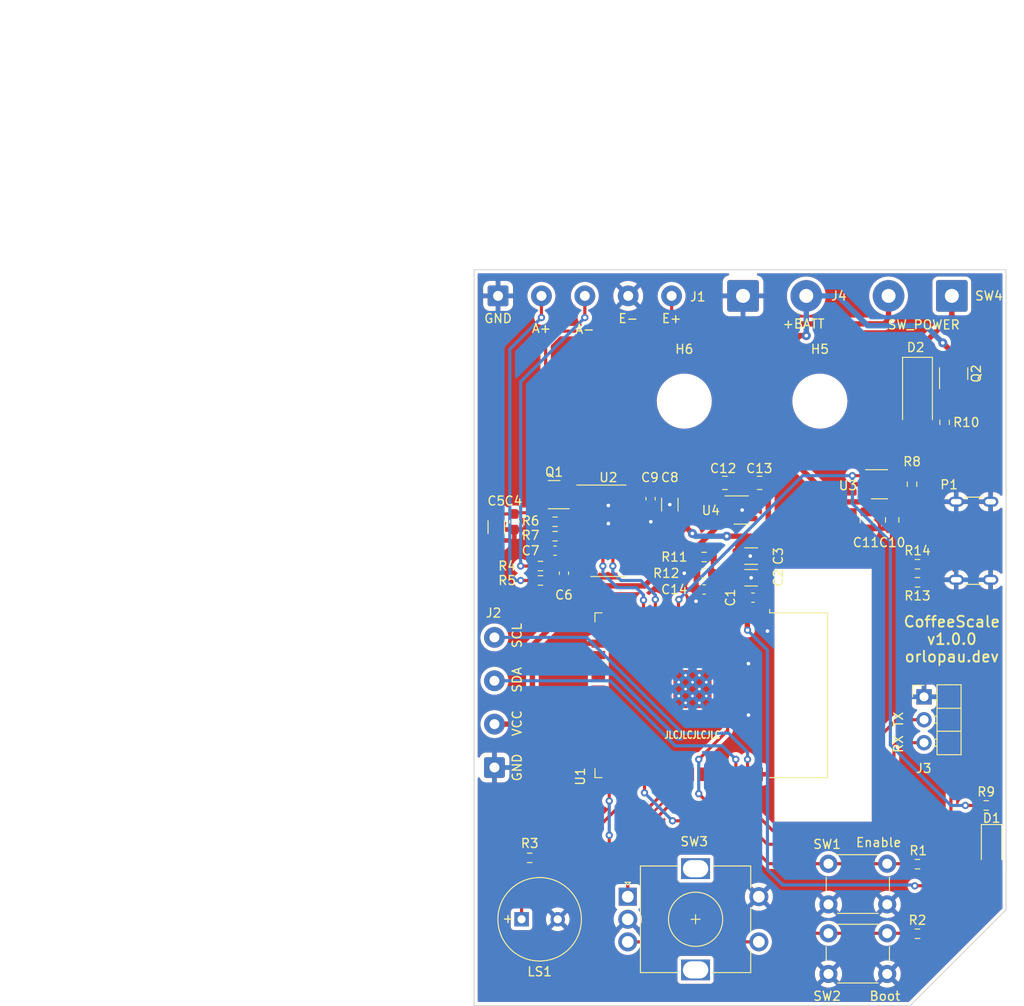
<source format=kicad_pcb>
(kicad_pcb (version 20211014) (generator pcbnew)
  (title_block (comment 4 "AISLER Project ID: AVUJPVVX"))
  (layers (0 "F.Cu" signal) (31 "B.Cu" signal) (34 "B.Paste" user) (35 "F.Paste" user) (36 "B.SilkS" user "B.Silkscreen") (37 "F.SilkS" user "F.Silkscreen") (38 "B.Mask" user) (39 "F.Mask" user) (44 "Edge.Cuts" user))
  (net 0 "")
  (net 1 "+3.3V")
  (net 2 "GND")
  (net 3 "/E+")
  (net 4 "Net-(C7-Pad2)")
  (net 5 "+5V")
  (net 6 "+BATT")
  (net 7 "V_BATT_SENSE")
  (net 8 "Net-(D1-Pad1)")
  (net 9 "/A+")
  (net 10 "/A-")
  (net 11 "SCL")
  (net 12 "SDA")
  (net 13 "RX")
  (net 14 "TX")
  (net 15 "Net-(LS1-Pad1)")
  (net 16 "Net-(P1-PadA5)")
  (net 17 "Net-(P1-PadB5)")
  (net 18 "Net-(Q1-Pad1)")
  (net 19 "Net-(R1-Pad2)")
  (net 20 "Net-(R2-Pad2)")
  (net 21 "Net-(R3-Pad1)")
  (net 22 "Net-(R6-Pad2)")
  (net 23 "Net-(R8-Pad2)")
  (net 24 "Net-(SW3-PadA)")
  (net 25 "Net-(SW3-PadB)")
  (net 26 "Net-(SW3-PadS1)")
  (net 31 "HX_SCK")
  (net 47 "HX_DAT")
  (net 50 "/SW_In")
  (net 51 "/SW_Out")
  (net 52 "/INNA")
  (net 53 "/INPA")
  (net 54 "BAT_CH_STAT")
  (footprint "Capacitor_SMD:C_0603_1608Metric_Pad1.08x0.95mm_HandSolder" (layer "F.Cu") (at 117.6 126.4)
    (fp_text reference "C1")
    (fp_text value "0.1uF")
  )
  (footprint "Capacitor_SMD:C_1206_3216Metric" (layer "F.Cu") (at 108.4 116.1 90)
    (fp_text reference "C8")
    (fp_text value "10uF")
  )
  (footprint "Custom:USB_C_6Pin" (layer "F.Cu") (at 146.488 120.1 90)
    (fp_text reference "P1")
    (fp_text value "USB-C-6Pin")
  )
  (footprint "Resistor_SMD:R_0603_1608Metric_Pad0.98x0.95mm_HandSolder" (layer "F.Cu") (at 135.2 113.85 90)
    (fp_text reference "R8")
    (fp_text value "2k")
  )
  (footprint "LED_SMD:LED_1206_3216Metric" (layer "F.Cu") (at 144 153.8 -90)
    (fp_text reference "D1")
    (fp_text value "LED")
  )
  (footprint "RF_Module:ESP32-WROOM-32" (layer "F.Cu") (at 110 137.2 -90)
    (fp_text reference "U1")
    (fp_text value "ESP32-WROOM-32")
  )
  (footprint "Connector_Wire:SolderWire-0.75sqmm_1x02_P7mm_D1.25mm_OD3.5mm" (layer "F.Cu") (at 116.5 93)
    (fp_text reference "J4")
    (fp_text value "Conn_LiPo")
  )
  (footprint "Capacitor_SMD:C_0603_1608Metric_Pad1.08x0.95mm_HandSolder" (layer "F.Cu") (at 91.2 118 -90)
    (fp_text reference "C4")
    (fp_text value "0.1uF")
  )
  (footprint "Connector_Wire:SolderWire-0.5sqmm_1x04_P4.8mm_D0.9mm_OD2.3mm" (layer "F.Cu") (at 89 145.2 90)
    (fp_text reference "J2")
    (fp_text value "Conn_Display")
  )
  (footprint "Connector_Wire:SolderWire-0.75sqmm_1x02_P7mm_D1.25mm_OD3.5mm" (layer "F.Cu") (at 139.6 93 180)
    (fp_text reference "SW4")
    (fp_text value "SW_Power")
  )
  (footprint "Capacitor_SMD:C_1206_3216Metric" (layer "F.Cu") (at 89.2 118.6 -90)
    (fp_text reference "C5")
    (fp_text value "10uF")
  )
  (footprint "Diode_SMD:D_SMA_Handsoldering" (layer "F.Cu") (at 135.8 104.2 -90)
    (fp_text reference "D2")
    (fp_text value "D_Schottky")
  )
  (footprint "Capacitor_SMD:C_0805_2012Metric" (layer "F.Cu") (at 118.3375 113.7)
    (fp_text reference "C13")
    (fp_text value "1uF")
  )
  (footprint "Resistor_SMD:R_0603_1608Metric_Pad0.98x0.95mm_HandSolder" (layer "F.Cu") (at 112.2 121.9)
    (fp_text reference "R11")
    (fp_text value "47k")
  )
  (footprint "Package_TO_SOT_SMD:SOT-23" (layer "F.Cu") (at 95.6 115 180)
    (fp_text reference "Q1")
    (fp_text value "MMBT4403")
  )
  (footprint "MountingHole:MountingHole_5.3mm_M5_ISO7380" (layer "F.Cu") (at 110 104.65)
    (fp_text reference "H6")
    (fp_text value "MountingHoleLoadcell")
  )
  (footprint "Resistor_SMD:R_0603_1608Metric_Pad0.98x0.95mm_HandSolder" (layer "F.Cu") (at 92.9 155.2 180)
    (fp_text reference "R3")
    (fp_text value "220")
  )
  (footprint "Connector_Wire:SolderWire-0.5sqmm_1x05_P4.8mm_D0.9mm_OD2.3mm" (layer "F.Cu") (at 89.4 93)
    (fp_text reference "J1")
    (fp_text value "Conn_LoadCell")
  )
  (footprint "Capacitor_SMD:C_0805_2012Metric" (layer "F.Cu") (at 130.2 117.85 -90)
    (fp_text reference "C11")
    (fp_text value "4.7uF")
  )
  (footprint "Capacitor_SMD:C_1206_3216Metric" (layer "F.Cu") (at 117.4 124.2)
    (fp_text reference "C2")
    (fp_text value "10uF")
  )
  (footprint "Resistor_SMD:R_0603_1608Metric_Pad0.98x0.95mm_HandSolder" (layer "F.Cu") (at 95.7125 118)
    (fp_text reference "R6")
    (fp_text value "20k")
  )
  (footprint "Resistor_SMD:R_0603_1608Metric_Pad0.98x0.95mm_HandSolder" (layer "F.Cu") (at 135.8 155.9 180)
    (fp_text reference "R1")
    (fp_text value "10k")
  )
  (footprint "Resistor_SMD:R_0603_1608Metric_Pad0.98x0.95mm_HandSolder" (layer "F.Cu") (at 95.7125 119.6 180)
    (fp_text reference "R7")
    (fp_text value "8.2k")
  )
  (footprint "Buzzer_Beeper:MagneticBuzzer_PUI_AT-0927-TT-6-R" (layer "F.Cu") (at 92 162)
    (fp_text reference "LS1")
    (fp_text value "Speaker_Crystal")
  )
  (footprint "Capacitor_SMD:C_0805_2012Metric" (layer "F.Cu") (at 114.5 113.7 180)
    (fp_text reference "C12")
    (fp_text value "1uF")
  )
  (footprint "Button_Switch_THT:SW_PUSH_6mm_H5mm" (layer "F.Cu") (at 125.95 163.55)
    (fp_text reference "SW2")
    (fp_text value "SW_Boot")
  )
  (footprint "Package_SO:SOP-16_3.9x9.9mm_P1.27mm" (layer "F.Cu") (at 101.6 119)
    (fp_text reference "U2")
    (fp_text value "HX711")
  )
  (footprint "Package_TO_SOT_SMD:SOT-23-5_HandSoldering" (layer "F.Cu") (at 131.6 113.85)
    (fp_text reference "U3")
    (fp_text value "MCP73831-2-OT")
  )
  (footprint "Resistor_SMD:R_0603_1608Metric_Pad0.98x0.95mm_HandSolder" (layer "F.Cu") (at 138.8 107 90)
    (fp_text reference "R10")
    (fp_text value "47k")
  )
  (footprint "Resistor_SMD:R_0603_1608Metric_Pad0.98x0.95mm_HandSolder" (layer "F.Cu") (at 143.4 149.4 180)
    (fp_text reference "R9")
    (fp_text value "130")
  )
  (footprint "Capacitor_SMD:C_0603_1608Metric_Pad1.08x0.95mm_HandSolder" (layer "F.Cu") (at 96.6875 123.7 -90)
    (fp_text reference "C6")
    (fp_text value "0.1uF")
  )
  (footprint "Capacitor_SMD:C_0603_1608Metric_Pad1.08x0.95mm_HandSolder" (layer "F.Cu") (at 95.7 121.2)
    (fp_text reference "C7")
    (fp_text value "0.1uF")
  )
  (footprint "Resistor_SMD:R_0603_1608Metric_Pad0.98x0.95mm_HandSolder" (layer "F.Cu") (at 94.0875 122.9)
    (fp_text reference "R4")
    (fp_text value "100")
  )
  (footprint "MountingHole:MountingHole_5.3mm_M5_ISO7380" (layer "F.Cu") (at 125 104.65)
    (fp_text reference "H5")
    (fp_text value "MountingHoleLoadcell")
  )
  (footprint "Capacitor_SMD:C_0603_1608Metric_Pad1.08x0.95mm_HandSolder" (layer "F.Cu") (at 112.2 125.5 180)
    (fp_text reference "C14")
    (fp_text value "0.1uF")
  )
  (footprint "Resistor_SMD:R_0603_1608Metric_Pad0.98x0.95mm_HandSolder" (layer "F.Cu") (at 135.8 163.6 180)
    (fp_text reference "R2")
    (fp_text value "10k")
  )
  (footprint "Custom:RotaryEncoder_Aliexpress_Alps_EC11E-Switch_Vertical_H20mm" (layer "F.Cu") (at 103.75 159.5)
    (fp_text reference "SW3")
    (fp_text value "RotaryEncoder_Switch")
  )
  (footprint "Resistor_SMD:R_0603_1608Metric_Pad0.98x0.95mm_HandSolder" (layer "F.Cu") (at 135.8 122.7)
    (fp_text reference "R14")
    (fp_text value "5.1k")
  )
  (footprint "Package_TO_SOT_SMD:SOT-23-5" (layer "F.Cu") (at 116.3 116.7)
    (fp_text reference "U4")
    (fp_text value "AP2112K-3.3")
  )
  (footprint "Package_TO_SOT_SMD:SOT-23" (layer "F.Cu") (at 139.8 101.6 90)
    (fp_text reference "Q2")
    (fp_text value "IRLML6402")
  )
  (footprint "Capacitor_SMD:C_0603_1608Metric_Pad1.08x0.95mm_HandSolder" (layer "F.Cu") (at 106.269125 115.44678 90)
    (fp_text reference "C9")
    (fp_text value "0.1uF")
  )
  (footprint "Connector_PinHeader_2.54mm:PinHeader_1x03_P2.54mm_Horizontal" (layer "F.Cu") (at 136.525 137.375)
    (fp_text reference "J3")
    (fp_text value "Conn_UART")
  )
  (footprint "Capacitor_SMD:C_1206_3216Metric" (layer "F.Cu") (at 117.4 121.8)
    (fp_text reference "C3")
    (fp_text value "10uF")
  )
  (footprint "Resistor_SMD:R_0603_1608Metric_Pad0.98x0.95mm_HandSolder" (layer "F.Cu") (at 112.2 123.7 180)
    (fp_text reference "R12")
    (fp_text value "47k")
  )
  (footprint "Resistor_SMD:R_0603_1608Metric_Pad0.98x0.95mm_HandSolder" (layer "F.Cu") (at 94.0875 124.5)
    (fp_text reference "R5")
    (fp_text value "100")
  )
  (footprint "Capacitor_SMD:C_0805_2012Metric" (layer "F.Cu") (at 133 117.8 -90)
    (fp_text reference "C10")
    (fp_text value "4.7uF")
  )
  (footprint "Button_Switch_THT:SW_PUSH_6mm_H5mm" (layer "F.Cu") (at 132.45 160.35 180)
    (fp_text reference "SW1")
    (fp_text value "SW_EN")
  )
  (footprint "Resistor_SMD:R_0603_1608Metric_Pad0.98x0.95mm_HandSolder" (layer "F.Cu") (at 135.8 124.7)
    (fp_text reference "R13")
    (fp_text value "5.1k")
  )
  (gr_line (start 145.6 90.1) (end 145.6 160.95) (layer "Edge.Cuts") (width 0.1))
  (gr_line (start 86.75 90.1) (end 86.75 171.55) (layer "Edge.Cuts") (width 0.1))
  (gr_line (start 86.75 171.55) (end 135 171.55) (layer "Edge.Cuts") (width 0.1))
  (gr_line (start 135 171.55) (end 145.6 160.95) (layer "Edge.Cuts") (width 0.1))
  (gr_line (start 145.6 90.1) (end 86.75 90.1) (layer "Edge.Cuts") (width 0.1))
  (gr_text "A+" (at 94.2 96.6) (layer "F.SilkS") (effects (font (size 1 1))))
  (gr_text "VCC" (at 91.5 140.3 90) (layer "F.SilkS") (effects (font (size 1 1))))
  (gr_text "Boot" (at 132.2 170.5) (layer "F.SilkS") (effects (font (size 1 1))))
  (gr_text "RX" (at 133.7 142.6 90) (layer "F.SilkS") (effects (font (size 1 1))))
  (gr_text "GND" (at 91.5 145.2 90) (layer "F.SilkS") (effects (font (size 1 1))))
  (gr_text "JLCJLCJLCJLC" (at 110.9 141.6) (layer "F.SilkS") (effects (font (size 0.8 0.6))))
  (gr_text "SCL" (at 91.5 130.6 90) (layer "F.SilkS") (effects (font (size 1 1))))
  (gr_text "GND" (at 89.4 95.5) (layer "F.SilkS") (effects (font (size 1 1))))
  (gr_text "SDA" (at 91.5 135.5 90) (layer "F.SilkS") (effects (font (size 1 1))))
  (gr_text "CoffeeScale\nv1.0.0\norlopau.dev" (at 139.6 131) (layer "F.SilkS") (effects (font (size 1.2 1.2) (thickness 0.2))))
  (gr_text "Enable" (at 131.5 153.5) (layer "F.SilkS") (effects (font (size 1 1))))
  (gr_text "A-" (at 99 96.7) (layer "F.SilkS") (effects (font (size 1 1))))
  (gr_text "E-" (at 103.8 95.5) (layer "F.SilkS") (effects (font (size 1 1))))
  (gr_text "+BATT" (at 123.2 96.1) (layer "F.SilkS") (effects (font (size 1 1))))
  (gr_text "E+" (at 108.6 95.5) (layer "F.SilkS") (effects (font (size 1 1))))
  (gr_text "TX" (at 133.7 139.9 90) (layer "F.SilkS") (effects (font (size 1 1))))
  (gr_text "SW_POWER" (at 136.5 96.2) (layer "F.SilkS") (effects (font (size 1 1))))
  (segment (start 93.2 131.7) (end 99.8 125.1) (width 0.6) (layer "F.Cu") (net 1))
  (segment (start 108.4 114.625) (end 106.309845 114.625) (width 0.6) (layer "F.Cu") (net 1))
  (segment (start 106.309845 114.625) (end 106.269125 114.58428) (width 0.6) (layer "F.Cu") (net 1))
  (segment (start 119.2875 113.7) (end 119.2875 115.3125) (width 0.6) (layer "F.Cu") (net 1))
  (segment (start 115.925 120.675) (end 115.925 121.8) (width 0.6) (layer "F.Cu") (net 1))
  (segment (start 116.7375 126.4) (end 116.7375 126.1375) (width 0.6) (layer "F.Cu") (net 1))
  (segment (start 118.8 119.6) (end 117 119.6) (width 0.6) (layer "F.Cu") (net 1))
  (segment (start 136.7125 163.6) (end 136.7125 158.2875) (width 0.35) (layer "F.Cu") (net 1))
  (segment (start 116.98 128.45) (end 116.98 129.98) (width 0.6) (layer "F.Cu") (net 1))
  (segment (start 115.925 125.325) (end 115.925 124.2) (width 0.6) (layer "F.Cu") (net 1))
  (segment (start 119.2875 115.3125) (end 119.2875 119.1125) (width 0.6) (layer "F.Cu") (net 1))
  (segment (start 105.6 125.1) (end 106.6 124.1) (width 0.6) (layer "F.Cu") (net 1))
  (segment (start 110.3 118.7) (end 110.3 118.5) (width 0.6) (layer "F.Cu") (net 1))
  (segment (start 117 119.6) (end 115.925 120.675) (width 0.6) (layer "F.Cu") (net 1))
  (segment (start 117 119.6) (end 114.7 119.6) (width 0.6) (layer "F.Cu") (net 1))
  (segment (start 106.269125 114.58428) (end 104.12928 114.58428) (width 0.6) (layer "F.Cu") (net 1))
  (segment (start 116.98 129.98) (end 117 130) (width 0.6) (layer "F.Cu") (net 1))
  (segment (start 108.425 114.6) (end 108.4 114.625) (width 0.6) (layer "F.Cu") (net 1))
  (segment (start 115.925 124.2) (end 115.925 121.8) (width 0.6) (layer "F.Cu") (net 1))
  (segment (start 97.755 114.555) (end 99.1 114.555) (width 0.6) (layer "F.Cu") (net 1))
  (segment (start 93.2 138.5) (end 93.2 131.7) (width 0.6) (layer "F.Cu") (net 1))
  (segment (start 91.3 140.4) (end 93.2 138.5) (width 0.6) (layer "F.Cu") (net 1))
  (segment (start 116.98 128.45) (end 116.98 127.38) (width 0.6) (layer "F.Cu") (net 1))
  (segment (start 116.98 127.38) (end 116.7375 127.1375) (width 0.6) (layer "F.Cu") (net 1))
  (segment (start 118.85 115.75) (end 117.4375 115.75) (width 0.6) (layer "F.Cu") (net 1))
  (segment (start 116.7375 126.1375) (end 115.925 125.325) (width 0.6) (layer "F.Cu") (net 1))
  (segment (start 110.3 115.3) (end 109.6 114.6) (width 0.6) (layer "F.Cu") (net 1))
  (segment (start 119.2875 115.3125) (end 118.85 115.75) (width 0.6) (layer "F.Cu") (net 1))
  (segment (start 110.3 118.5) (end 110.3 115.3) (width 0.6) (layer "F.Cu") (net 1))
  (segment (start 135.5125 158.2875) (end 136.7125 158.2875) (width 0.35) (layer "F.Cu") (net 1))
  (segment (start 136.7125 158.2875) (end 136.7125 155.9) (width 0.35) (layer "F.Cu") (net 1))
  (segment (start 109.6 114.6) (end 108.425 114.6) (width 0.6) (layer "F.Cu") (net 1))
  (segment (start 106.6 122.2) (end 110.3 118.5) (width 0.6) (layer "F.Cu") (net 1))
  (segment (start 119.2875 119.1125) (end 118.8 119.6) (width 0.6) (layer "F.Cu") (net 1))
  (segment (start 104.12928 114.58428) (end 104.1 114.555) (width 0.6) (layer "F.Cu") (net 1))
  (segment (start 89 140.4) (end 91.3 140.4) (width 0.6) (layer "F.Cu") (net 1))
  (segment (start 110.9 119.3) (end 110.3 118.7) (width 0.6) (layer "F.Cu") (net 1))
  (segment (start 99.8 125.1) (end 105.6 125.1) (width 0.6) (layer "F.Cu") (net 1))
  (segment (start 96.5375 114.05) (end 97.25 114.05) (width 0.6) (layer "F.Cu") (net 1))
  (segment (start 116.7375 127.1375) (end 116.7375 126.4) (width 0.6) (layer "F.Cu") (net 1))
  (segment (start 106.6 124.1) (end 106.6 122.2) (width 0.6) (layer "F.Cu") (net 1))
  (segment (start 99.1 114.555) (end 104.1 114.555) (width 0.6) (layer "F.Cu") (net 1))
  (segment (start 97.25 114.05) (end 97.755 114.555) (width 0.6) (layer "F.Cu") (net 1))
  (via (at 135.5 158.3) (size 0.8) (drill 0.4) (layers "F.Cu" "B.Cu") (net 1))
  (via (at 114.7 119.6) (size 1) (drill 0.4) (layers "F.Cu" "B.Cu") (net 1))
  (via (at 110.9 119.3) (size 1) (drill 0.4) (layers "F.Cu" "B.Cu") (net 1))
  (via (at 117 130) (size 0.8) (drill 0.4) (layers "F.Cu" "B.Cu") (net 1))
  (segment (start 114.7 119.6) (end 111.2 119.6) (width 0.6) (layer "B.Cu") (net 1))
  (segment (start 117 130) (end 119.2 132.2) (width 0.35) (layer "B.Cu") (net 1))
  (segment (start 135.4 158.2) (end 135.5 158.3) (width 0.35) (layer "B.Cu") (net 1))
  (segment (start 119.2 132.2) (end 119.2 156.5) (width 0.35) (layer "B.Cu") (net 1))
  (segment (start 119.2 156.5) (end 120.9 158.2) (width 0.35) (layer "B.Cu") (net 1))
  (segment (start 120.9 158.2) (end 135.4 158.2) (width 0.35) (layer "B.Cu") (net 1))
  (segment (start 111.2 119.6) (end 110.9 119.3) (width 0.6) (layer "B.Cu") (net 1))
  (segment (start 139.738 122.85) (end 139.738 123.238) (width 0.35) (layer "F.Cu") (net 2))
  (segment (start 139.738 123.238) (end 140.1 123.6) (width 0.35) (layer "F.Cu") (net 2))
  (segment (start 140.1 123.6) (end 140.1 124.408) (width 0.35) (layer "F.Cu") (net 2))
  (segment (start 118.875 124.2) (end 117.4 124.2) (width 0.35) (layer "F.Cu") (net 2))
  (segment (start 115.1625 116.7) (end 116.4 116.7) (width 0.35) (layer "F.Cu") (net 2))
  (segment (start 118.875 124.2) (end 118.875 121.8) (width 0.35) (layer "F.Cu") (net 2))
  (segment (start 140.1 124.408) (end 140.088 124.42) (width 0.35) (layer "F.Cu") (net 2))
  (segment (start 118.875 121.8) (end 117.3 121.8) (width 0.35) (layer "F.Cu") (net 2))
  (via (at 108.4 116.1) (size 0.8) (drill 0.4) (layers "F.Cu" "B.Cu") (net 2))
  (via (at 110 123.7) (size 0.8) (drill 0.4) (layers "F.Cu" "B.Cu") (net 2))
  (via (at 117.1 139.4) (size 0.8) (drill 0.4) (layers "F.Cu" "B.Cu") (net 2))
  (via (at 117.3 121.8) (size 0.8) (drill 0.4) (layers "F.Cu" "B.Cu") (net 2))
  (via (at 119.2 130.1) (size 0.8) (drill 0.4) (layers "F.Cu" "B.Cu") (net 2))
  (via (at 111.3 126.8) (size 0.8) (drill 0.4) (layers "F.Cu" "B.Cu") (net 2))
  (via (at 117.4 124.2) (size 0.8) (drill 0.4) (layers "F.Cu" "B.Cu") (net 2))
  (via (at 117.1 133.7) (size 0.8) (drill 0.4) (layers "F.Cu" "B.Cu") (net 2))
  (via (at 101.6 116.2) (size 0.8) (drill 0.4) (layers "F.Cu" "B.Cu") (net 2))
  (via (at 106.3 118) (size 0.8) (drill 0.4) (layers "F.Cu" "B.Cu") (net 2))
  (via (at 101.6 118.2) (size 0.8) (drill 0.4) (layers "F.Cu" "B.Cu") (net 2))
  (via (at 116.4 116.7) (size 0.8) (drill 0.4) (layers "F.Cu" "B.Cu") (net 2))
  (segment (start 97.695 117.095) (end 97.6 117) (width 0.35) (layer "F.Cu") (net 3))
  (segment (start 91.3375 117) (end 91.2 117.1375) (width 0.35) (layer "F.Cu") (net 3))
  (segment (start 94.6625 98.2375) (end 94.6625 115) (width 0.35) (layer "F.Cu") (net 3))
  (segment (start 99.1 117.095) (end 97.695 117.095) (width 0.35) (layer "F.Cu") (net 3))
  (segment (start 89.2125 117.1375) (end 89.2 117.125) (width 0.35) (layer "F.Cu") (net 3))
  (segment (start 97.6 117) (end 95 117) (width 0.35) (layer "F.Cu") (net 3))
  (segment (start 91.2 117.1375) (end 89.2125 117.1375) (width 0.35) (layer "F.Cu") (net 3))
  (segment (start 94.6625 116.6625) (end 95 117) (width 0.35) (layer "F.Cu") (net 3))
  (segment (start 94.8 117.2) (end 94.8 118) (width 0.35) (layer "F.Cu") (net 3))
  (segment (start 107.1 96.9) (end 96 96.9) (width 0.35) (layer "F.Cu") (net 3))
  (segment (start 94.6625 115) (end 94.6625 116.6625) (width 0.35) (layer "F.Cu") (net 3))
  (segment (start 108.6 95.4) (end 107.1 96.9) (width 0.35) (layer "F.Cu") (net 3))
  (segment (start 96 96.9) (end 94.6625 98.2375) (width 0.35) (layer "F.Cu") (net 3))
  (segment (start 108.6 93) (end 108.6 95.4) (width 0.35) (layer "F.Cu") (net 3))
  (segment (start 95 117) (end 91.3375 117) (width 0.35) (layer "F.Cu") (net 3))
  (segment (start 95 117) (end 94.8 117.2) (width 0.35) (layer "F.Cu") (net 3))
  (segment (start 97.695 120.905) (end 99.1 120.905) (width 0.35) (layer "F.Cu") (net 4))
  (segment (start 96.5625 121.2) (end 97.4 121.2) (width 0.35) (layer "F.Cu") (net 4))
  (segment (start 97.4 121.2) (end 97.695 120.905) (width 0.35) (layer "F.Cu") (net 4))
  (segment (start 137.2 110.6) (end 137.2 116.4) (width 0.6) (layer "F.Cu") (net 5))
  (segment (start 142.4 155.2) (end 139.5 152.3) (width 0.35) (layer "F.Cu") (net 5))
  (segment (start 141.5 121.188) (end 141.068 121.62) (width 0.6) (layer "F.Cu") (net 5))
  (segment (start 135.8 106.7) (end 135.8 109.2) (width 0.6) (layer "F.Cu") (net 5))
  (segment (start 142.1 122.4) (end 141.32 121.62) (width 0.35) (layer "F.Cu") (net 5))
  (segment (start 138.8 106.0875) (end 136.4125 106.0875) (width 0.6) (layer "F.Cu") (net 5))
  (segment (start 141.068 118.58) (end 141.5 119.012) (width 0.6) (layer "F.Cu") (net 5))
  (segment (start 135.8 109.2) (end 137.2 110.6) (width 0.6) (layer "F.Cu") (net 5))
  (segment (start 138.85 106.0375) (end 138.8 106.0875) (width 0.6) (layer "F.Cu") (net 5))
  (segment (start 139.5 152.3) (end 139.5 147.1) (width 0.35) (layer "F.Cu") (net 5))
  (segment (start 139.738 118.58) (end 138.48 118.58) (width 0.6) (layer "F.Cu") (net 5))
  (segment (start 139.738 118.58) (end 141.068 118.58) (width 0.6) (layer "F.Cu") (net 5))
  (segment (start 136.4125 106.0875) (end 135.8 106.7) (width 0.6) (layer "F.Cu") (net 5))
  (segment (start 141.3 145.3) (end 141.3 127.2) (width 0.35) (layer "F.Cu") (net 5))
  (segment (start 138.48 118.58) (end 136.75 116.85) (width 0.6) (layer "F.Cu") (net 5))
  (segment (start 142.1 126.4) (end 142.1 122.4) (width 0.35) (layer "F.Cu") (net 5))
  (segment (start 133 116.85) (end 136.75 116.85) (width 0.6) (layer "F.Cu") (net 5))
  (segment (start 141.068 121.62) (end 139.738 121.62) (width 0.6) (layer "F.Cu") (net 5))
  (segment (start 137.2 116.4) (end 136.75 116.85) (width 0.6) (layer "F.Cu") (net 5))
  (segment (start 133 116.85) (end 133 114.85) (width 0.6) (layer "F.Cu") (net 5))
  (segment (start 138.85 102.5375) (end 138.85 106.0375) (width 0.6) (layer "F.Cu") (net 5))
  (segment (start 141.3 127.2) (end 142.1 126.4) (width 0.35) (layer "F.Cu") (net 5))
  (segment (start 141.32 121.62) (end 141.068 121.62) (width 0.35) (layer "F.Cu") (net 5))
  (segment (start 144 155.2) (end 142.4 155.2) (width 0.35) (layer "F.Cu") (net 5))
  (segment (start 133 114.85) (end 132.95 114.8) (width 0.6) (layer "F.Cu") (net 5))
  (segment (start 141.5 119.012) (end 141.5 121.188) (width 0.6) (layer "F.Cu") (net 5))
  (segment (start 139.5 147.1) (end 141.3 145.3) (width 0.35) (layer "F.Cu") (net 5))
  (segment (start 130.2 115.8) (end 130.2 114.85) (width 0.6) (layer "F.Cu") (net 6))
  (segment (start 130.225 114.825) (end 130.25 114.825) (width 0.6) (layer "F.Cu") (net 6))
  (segment (start 122.8 97.4) (end 118.4 101.8) (width 0.6) (layer "F.Cu") (net 6))
  (segment (start 139.8 100.6625) (end 139.8 99.4) (width 0.6) (layer "F.Cu") (net 6))
  (segment (start 123.5 97.4) (end 122.8 97.4) (width 0.6) (layer "F.Cu") (net 6))
  (segment (start 130.2 114.85) (end 130.225 114.825) (width 0.6) (layer "F.Cu") (net 6))
  (segment (start 139.8 99.4) (end 138.6 98.2) (width 0.6) (layer "F.Cu") (net 6))
  (segment (start 118.4 107.6) (end 126.6 115.8) (width 0.6) (layer "F.Cu") (net 6))
  (segment (start 118.4 101.8) (end 118.4 107.6) (width 0.6) (layer "F.Cu") (net 6))
  (segment (start 126.6 115.8) (end 130.2 115.8) (width 0.6) (layer "F.Cu") (net 6))
  (segment (start 130.2 116.9) (end 130.2 115.8) (width 0.6) (layer "F.Cu") (net 6))
  (via (at 123.5 97.4) (size 1) (drill 0.4) (layers "F.Cu" "B.Cu") (net 6))
  (via (at 138.6 98.2) (size 1) (drill 0.4) (layers "F.Cu" "B.Cu") (net 6))
  (segment (start 136.7 96.3) (end 138.6 98.2) (width 0.6) (layer "B.Cu") (net 6))
  (segment (start 130.3 96.3) (end 136.7 96.3) (width 0.6) (layer "B.Cu") (net 6))
  (segment (start 123.5 97.4) (end 123.5 93) (width 0.6) (layer "B.Cu") (net 6))
  (segment (start 127 93) (end 130.3 96.3) (width 0.6) (layer "B.Cu") (net 6))
  (segment (start 127 93) (end 123.5 93) (width 0.6) (layer "B.Cu") (net 6))
  (segment (start 114.44 127.54) (end 114.44 128.45) (width 0.35) (layer "F.Cu") (net 7))
  (segment (start 113.1125 123.7) (end 113.1125 125.45) (width 0.35) (layer "F.Cu") (net 7))
  (segment (start 113.0625 125.5) (end 113.0625 126.1625) (width 0.35) (layer "F.Cu") (net 7))
  (segment (start 113.0625 126.1625) (end 114.44 127.54) (width 0.35) (layer "F.Cu") (net 7))
  (segment (start 113.1125 121.9) (end 113.1125 123.7) (width 0.35) (layer "F.Cu") (net 7))
  (segment (start 144 150.7) (end 144.3125 150.3875) (width 0.35) (layer "F.Cu") (net 8))
  (segment (start 144 152.4) (end 144 150.7) (width 0.35) (layer "F.Cu") (net 8))
  (segment (start 144.3125 150.3875) (end 144.3125 149.4) (width 0.35) (layer "F.Cu") (net 8))
  (segment (start 93.175 124.5) (end 91.9 124.5) (width 0.35) (layer "F.Cu") (net 9))
  (segment (start 94.2 95.4) (end 94.2 93) (width 0.35) (layer "F.Cu") (net 9))
  (via (at 91.9 124.5) (size 0.8) (drill 0.4) (layers "F.Cu" "B.Cu") (net 9))
  (via (at 94.2 95.4) (size 0.8) (drill 0.4) (layers "F.Cu" "B.Cu") (net 9))
  (segment (start 90.7 98.9) (end 94.2 95.4) (width 0.35) (layer "B.Cu") (net 9))
  (segment (start 90.7 102) (end 90.7 98.9) (width 0.35) (layer "B.Cu") (net 9))
  (segment (start 90.7 123.8) (end 90.7 110.4) (width 0.35) (layer "B.Cu") (net 9))
  (segment (start 91.4 124.5) (end 90.7 123.8) (width 0.35) (layer "B.Cu") (net 9))
  (segment (start 90.7 110.4) (end 90.7 102) (width 0.35) (layer "B.Cu") (net 9))
  (segment (start 91.9 124.5) (end 91.4 124.5) (width 0.35) (layer "B.Cu") (net 9))
  (segment (start 93.175 122.9) (end 91.9 122.9) (width 0.35) (layer "F.Cu") (net 10))
  (segment (start 99 95.4) (end 99 93) (width 0.35) (layer "F.Cu") (net 10))
  (via (at 99 95.4) (size 0.8) (drill 0.4) (layers "F.Cu" "B.Cu") (net 10))
  (via (at 91.9 122.9) (size 0.8) (drill 0.4) (layers "F.Cu" "B.Cu") (net 10))
  (segment (start 91.9 122.9) (end 91.9 102.5) (width 0.35) (layer "B.Cu") (net 10))
  (segment (start 91.9 102.5) (end 99 95.4) (width 0.35) (layer "B.Cu") (net 10))
  (segment (start 117 145.93) (end 116.98 145.95) (width 0.35) (layer "F.Cu") (net 11))
  (segment (start 117 144.3) (end 117 145.93) (width 0.35) (layer "F.Cu") (net 11))
  (via (at 117 144.3) (size 0.8) (drill 0.4) (layers "F.Cu" "B.Cu") (net 11))
  (segment (start 89 130.8) (end 99.2 130.8) (width 0.35) (layer "B.Cu") (net 11))
  (segment (start 117 143.5) (end 117 144.3) (width 0.35) (layer "B.Cu") (net 11))
  (segment (start 109.8 141.4) (end 114.9 141.4) (width 0.35) (layer "B.Cu") (net 11))
  (segment (start 99.2 130.8) (end 109.8 141.4) (width 0.35) (layer "B.Cu") (net 11))
  (segment (start 114.9 141.4) (end 117 143.5) (width 0.35) (layer "B.Cu") (net 11))
  (segment (start 115.71 145.95) (end 115.71 144.31) (width 0.35) (layer "F.Cu") (net 12))
  (segment (start 115.71 144.31) (end 115.7 144.3) (width 0.35) (layer "F.Cu") (net 12))
  (via (at 115.7 144.3) (size 0.8) (drill 0.4) (layers "F.Cu" "B.Cu") (net 12))
  (segment (start 101.8 135.6) (end 109 142.8) (width 0.35) (layer "B.Cu") (net 12))
  (segment (start 109 142.8) (end 114.2 142.8) (width 0.35) (layer "B.Cu") (net 12))
  (segment (start 89 135.6) (end 101.8 135.6) (width 0.35) (layer "B.Cu") (net 12))
  (segment (start 114.2 142.8) (end 115.7 144.3) (width 0.35) (layer "B.Cu") (net 12))
  (segment (start 131.7 153.7) (end 119.2 153.7) (width 0.35) (layer "F.Cu") (net 13))
  (segment (start 133.545 142.455) (end 133.2 142.8) (width 0.35) (layer "F.Cu") (net 13))
  (segment (start 113.17 147.67) (end 113.17 145.95) (width 0.35) (layer "F.Cu") (net 13))
  (segment (start 133.2 142.8) (end 133.2 152.2) (width 0.35) (layer "F.Cu") (net 13))
  (segment (start 133.2 152.2) (end 131.7 153.7) (width 0.35) (layer "F.Cu") (net 13))
  (segment (start 119.2 153.7) (end 113.17 147.67) (width 0.35) (layer "F.Cu") (net 13))
  (segment (start 136.525 142.455) (end 133.545 142.455) (width 0.35) (layer "F.Cu") (net 13))
  (segment (start 131.6 151.4) (end 130.8 152.2) (width 0.35) (layer "F.Cu") (net 14))
  (segment (start 131.6 141.8) (end 131.6 151.4) (width 0.35) (layer "F.Cu") (net 14))
  (segment (start 130.8 152.2) (end 119.8 152.2) (width 0.35) (layer "F.Cu") (net 14))
  (segment (start 133.515 139.915) (end 133.5 139.9) (width 0.35) (layer "F.Cu") (net 14))
  (segment (start 114.44 146.84) (end 114.44 145.95) (width 0.35) (layer "F.Cu") (net 14))
  (segment (start 119.8 152.2) (end 114.44 146.84) (width 0.35) (layer "F.Cu") (net 14))
  (segment (start 136.525 139.915) (end 133.515 139.915) (width 0.35) (layer "F.Cu") (net 14))
  (segment (start 133.5 139.9) (end 131.6 141.8) (width 0.35) (layer "F.Cu") (net 14))
  (segment (start 91.9875 155.2) (end 92 155.2125) (width 0.35) (layer "F.Cu") (net 15))
  (segment (start 92 155.2125) (end 92 162) (width 0.35) (layer "F.Cu") (net 15))
  (segment (start 139.738 120.6) (end 138.588 120.6) (width 0.35) (layer "F.Cu") (net 16))
  (segment (start 137.2 124.7) (end 136.7125 124.7) (width 0.35) (layer "F.Cu") (net 16))
  (segment (start 137.9 124) (end 137.2 124.7) (width 0.35) (layer "F.Cu") (net 16))
  (segment (start 138.588 120.6) (end 137.9 121.288) (width 0.35) (layer "F.Cu") (net 16))
  (segment (start 137.9 121.288) (end 137.9 124) (width 0.35) (layer "F.Cu") (net 16))
  (segment (start 136.7125 121.4755) (end 136.7125 122.7) (width 0.35) (layer "F.Cu") (net 17))
  (segment (start 139.738 119.6) (end 138.588 119.6) (width 0.35) (layer "F.Cu") (net 17))
  (segment (start 138.588 119.6) (end 136.7125 121.4755) (width 0.35) (layer "F.Cu") (net 17))
  (segment (start 99.1 115.825) (end 97.775 115.825) (width 0.35) (layer "F.Cu") (net 18))
  (segment (start 96.5875 116) (end 96.5375 115.95) (width 0.35) (layer "F.Cu") (net 18))
  (segment (start 97.6 116) (end 96.5875 116) (width 0.35) (layer "F.Cu") (net 18))
  (segment (start 97.775 115.825) (end 97.6 116) (width 0.35) (layer "F.Cu") (net 18))
  (segment (start 119.35 155.85) (end 111.6 148.1) (width 0.35) (layer "F.Cu") (net 19))
  (segment (start 125.95 155.85) (end 132.45 155.85) (width 0.35) (layer "F.Cu") (net 19))
  (segment (start 115.71 129.79) (end 115.71 128.45) (width 0.35) (layer "F.Cu") (net 19))
  (segment (start 114.8 130.7) (end 115.71 129.79) (width 0.35) (layer "F.Cu") (net 19))
  (segment (start 114.8 141.1) (end 114.8 130.7) (width 0.35) (layer "F.Cu") (net 19))
  (segment (start 132.45 155.85) (end 134.8375 155.85) (width 0.35) (layer "F.Cu") (net 19))
  (segment (start 111.6 144.3) (end 114.8 141.1) (width 0.35) (layer "F.Cu") (net 19))
  (segment (start 134.8375 155.85) (end 134.8875 155.9) (width 0.35) (layer "F.Cu") (net 19))
  (segment (start 125.95 155.85) (end 119.35 155.85) (width 0.35) (layer "F.Cu") (net 19))
  (via (at 111.6 148.1) (size 0.8) (drill 0.4) (layers "F.Cu" "B.Cu") (net 19))
  (via (at 111.6 144.3) (size 0.8) (drill 0.4) (layers "F.Cu" "B.Cu") (net 19))
  (segment (start 111.6 148.1) (end 111.6 144.3) (width 0.35) (layer "B.Cu") (net 19))
  (segment (start 101.7 148.9) (end 101.7 145.99) (width 0.35) (layer "F.Cu") (net 20))
  (segment (start 123.75 163.55) (end 125.95 163.55) (width 0.35) (layer "F.Cu") (net 20))
  (segment (start 125.95 163.55) (end 132.45 163.55) (width 0.35) (layer "F.Cu") (net 20))
  (segment (start 132.45 163.55) (end 134.8375 163.55) (width 0.35) (layer "F.Cu") (net 20))
  (segment (start 101.7 145.99) (end 101.74 145.95) (width 0.35) (layer "F.Cu") (net 20))
  (segment (start 104.6 170.3) (end 117 170.3) (width 0.35) (layer "F.Cu") (net 20))
  (segment (start 101.7 167.4) (end 104.6 170.3) (width 0.35) (layer "F.Cu") (net 20))
  (segment (start 101.7 152.7) (end 101.7 167.4) (width 0.35) (layer "F.Cu") (net 20))
  (segment (start 117 170.3) (end 123.75 163.55) (width 0.35) (layer "F.Cu") (net 20))
  (segment (start 134.8375 163.55) (end 134.8875 163.6) (width 0.35) (layer "F.Cu") (net 20))
  (via (at 101.7 152.7) (size 0.8) (drill 0.4) (layers "F.Cu" "B.Cu") (net 20))
  (via (at 101.7 148.9) (size 0.8) (drill 0.4) (layers "F.Cu" "B.Cu") (net 20))
  (segment (start 101.7 152.7) (end 101.7 148.9) (width 0.35) (layer "B.Cu") (net 20))
  (segment (start 93.8125 155.2) (end 97.1 155.2) (width 0.35) (layer "F.Cu") (net 21))
  (segment (start 97.1 155.2) (end 104.3 148) (width 0.35) (layer "F.Cu") (net 21))
  (segment (start 104.28 147.98) (end 104.28 145.95) (width 0.35) (layer "F.Cu") (net 21))
  (segment (start 104.3 148) (end 104.28 147.98) (width 0.35) (layer "F.Cu") (net 21))
  (segment (start 96.625 118) (end 97.4 118) (width 0.35) (layer "F.Cu") (net 22))
  (segment (start 96.625 118) (end 96.625 119.6) (width 0.35) (layer "F.Cu") (net 22))
  (segment (start 97.765 118.365) (end 99.1 118.365) (width 0.35) (layer "F.Cu") (net 22))
  (segment (start 97.4 118) (end 97.765 118.365) (width 0.35) (layer "F.Cu") (net 22))
  (segment (start 132.95 112.9) (end 135.1625 112.9) (width 0.35) (layer "F.Cu") (net 23))
  (segment (start 135.1625 112.9) (end 135.2 112.9375) (width 0.35) (layer "F.Cu") (net 23))
  (segment (start 103.75 159.5) (end 103.75 151.95) (width 0.35) (layer "F.Cu") (net 24))
  (segment (start 108.09 147.61) (end 108.09 145.95) (width 0.35) (layer "F.Cu") (net 24))
  (segment (start 103.75 151.95) (end 108.09 147.61) (width 0.35) (layer "F.Cu") (net 24))
  (segment (start 109.36 145.95) (end 109.36 148.36) (width 0.35) (layer "F.Cu") (net 25))
  (segment (start 106.6 151.12) (end 106.6 163.5) (width 0.35) (layer "F.Cu") (net 25))
  (segment (start 109.36 148.36) (end 106.6 151.12) (width 0.35) (layer "F.Cu") (net 25))
  (segment (start 105.6 164.5) (end 103.75 164.5) (width 0.35) (layer "F.Cu") (net 25))
  (segment (start 106.6 163.5) (end 105.6 164.5) (width 0.35) (layer "F.Cu") (net 25))
  (segment (start 112.8 151.1) (end 114.9 153.2) (width 0.35) (layer "F.Cu") (net 26))
  (segment (start 105.6 146) (end 105.55 145.95) (width 0.35) (layer "F.Cu") (net 26))
  (segment (start 114.9 153.2) (end 114.9 162.6) (width 0.35) (layer "F.Cu") (net 26))
  (segment (start 108.7 151.1) (end 112.8 151.1) (width 0.35) (layer "F.Cu") (net 26))
  (segment (start 105.6 148) (end 105.6 146) (width 0.35) (layer "F.Cu") (net 26))
  (segment (start 116.8 164.5) (end 118.25 164.5) (width 0.35) (layer "F.Cu") (net 26))
  (segment (start 114.9 162.6) (end 116.8 164.5) (width 0.35) (layer "F.Cu") (net 26))
  (via (at 108.7 151.1) (size 0.8) (drill 0.4) (layers "F.Cu" "B.Cu") (net 26))
  (via (at 105.6 148) (size 0.8) (drill 0.4) (layers "F.Cu" "B.Cu") (net 26))
  (segment (start 108.7 151.1) (end 105.6 148) (width 0.35) (layer "B.Cu") (net 26))
  (segment (start 106.8 126.6) (end 106.8 128.43) (width 0.35) (layer "F.Cu") (net 31))
  (segment (start 106.8 128.43) (end 106.82 128.45) (width 0.35) (layer "F.Cu") (net 31))
  (segment (start 102.1 121.5) (end 102.1 122.9) (width 0.35) (layer "F.Cu") (net 31))
  (segment (start 102.705 120.905) (end 102.7 120.9) (width 0.35) (layer "F.Cu") (net 31))
  (segment (start 102.7 120.9) (end 102.1 121.5) (width 0.35) (layer "F.Cu") (net 31))
  (segment (start 104.1 120.905) (end 102.705 120.905) (width 0.35) (layer "F.Cu") (net 31))
  (via (at 102.1 122.9) (size 0.8) (drill 0.4) (layers "F.Cu" "B.Cu") (net 31))
  (via (at 106.8 126.6) (size 0.8) (drill 0.4) (layers "F.Cu" "B.Cu") (net 31))
  (segment (start 106.8 126.6) (end 106.8 126.1) (width 0.35) (layer "B.Cu") (net 31))
  (segment (start 103 124.5) (end 102.1 123.6) (width 0.35) (layer "B.Cu") (net 31))
  (segment (start 102.1 123.6) (end 102.1 122.9) (width 0.35) (layer "B.Cu") (net 31))
  (segment (start 105.2 124.5) (end 103 124.5) (width 0.35) (layer "B.Cu") (net 31))
  (segment (start 106.8 126.1) (end 105.2 124.5) (width 0.35) (layer "B.Cu") (net 31))
  (segment (start 104.1 119.635) (end 102.265 119.635) (width 0.35) (layer "F.Cu") (net 47))
  (segment (start 102.265 119.635) (end 101 120.9) (width 0.35) (layer "F.Cu") (net 47))
  (segment (start 101 120.9) (end 101 122.9) (width 0.35) (layer "F.Cu") (net 47))
  (segment (start 105.490469 128.390469) (end 105.55 128.45) (width 0.35) (layer "F.Cu") (net 47))
  (segment (start 105.490469 126.6745) (end 105.490469 128.390469) (width 0.35) (layer "F.Cu") (net 47))
  (via (at 105.490469 126.6745) (size 0.8) (drill 0.4) (layers "F.Cu" "B.Cu") (net 47))
  (via (at 101 122.9) (size 0.8) (drill 0.4) (layers "F.Cu" "B.Cu") (net 47))
  (segment (start 102.6 125.3) (end 104.690469 125.3) (width 0.35) (layer "B.Cu") (net 47))
  (segment (start 105.490469 126.1) (end 105.490469 126.6745) (width 0.35) (layer "B.Cu") (net 47))
  (segment (start 101 123.7) (end 102.6 125.3) (width 0.35) (layer "B.Cu") (net 47))
  (segment (start 101 122.9) (end 101 123.7) (width 0.35) (layer "B.Cu") (net 47))
  (segment (start 104.690469 125.3) (end 105.490469 126.1) (width 0.35) (layer "B.Cu") (net 47))
  (segment (start 135.8 99) (end 139.6 95.2) (width 0.6) (layer "F.Cu") (net 50))
  (segment (start 135.8 101.7) (end 135.8 99) (width 0.6) (layer "F.Cu") (net 50))
  (segment (start 139.6 95.2) (end 139.6 93) (width 0.6) (layer "F.Cu") (net 50))
  (segment (start 140.75 102.5375) (end 142.1625 102.5375) (width 0.6) (layer "F.Cu") (net 50))
  (segment (start 142.4 98) (end 139.6 95.2) (width 0.6) (layer "F.Cu") (net 50))
  (segment (start 142.1625 102.5375) (end 142.4 102.3) (width 0.6) (layer "F.Cu") (net 50))
  (segment (start 142.4 102.3) (end 142.4 98) (width 0.6) (layer "F.Cu") (net 50))
  (segment (start 113.55 110.95) (end 116.3 108.2) (width 0.6) (layer "F.Cu") (net 51))
  (segment (start 115.1625 117.65) (end 113.55 117.65) (width 0.6) (layer "F.Cu") (net 51))
  (segment (start 121.6 96.1) (end 132.1 96.1) (width 0.6) (layer "F.Cu") (net 51))
  (segment (start 113.55 117.65) (end 113.55 118.65) (width 0.6) (layer "F.Cu") (net 51))
  (segment (start 111.2875 120.9125) (end 111.2875 121.9) (width 0.6) (layer "F.Cu") (net 51))
  (segment (start 113.55 118.65) (end 111.2875 120.9125) (width 0.6) (layer "F.Cu") (net 51))
  (segment (start 113.55 115.35) (end 113.55 117.65) (width 0.6) (layer "F.Cu") (net 51))
  (segment (start 113.55 115.35) (end 113.55 113.7) (width 0.6) (layer "F.Cu") (net 51))
  (segment (start 113.95 115.75) (end 113.55 115.35) (width 0.6) (layer "F.Cu") (net 51))
  (segment (start 115.1625 115.75) (end 113.95 115.75) (width 0.6) (layer "F.Cu") (net 51))
  (segment (start 116.3 101.4) (end 121.6 96.1) (width 0.6) (layer "F.Cu") (net 51))
  (segment (start 132.6 95.6) (end 132.6 93) (width 0.6) (layer "F.Cu") (net 51))
  (segment (start 132.1 96.1) (end 132.6 95.6) (width 0.6) (layer "F.Cu") (net 51))
  (segment (start 113.55 113.7) (end 113.55 110.95) (width 0.6) (layer "F.Cu") (net 51))
  (segment (start 116.3 108.2) (end 116.3 101.4) (width 0.6) (layer "F.Cu") (net 51))
  (segment (start 95 122.9) (end 96.625 122.9) (width 0.35) (layer "F.Cu") (net 52))
  (segment (start 99.1 122.175) (end 97.9875 122.175) (width 0.35) (layer "F.Cu") (net 52))
  (segment (start 97.325 122.8375) (end 96.6875 122.8375) (width 0.35) (layer "F.Cu") (net 52))
  (segment (start 97.9875 122.175) (end 97.325 122.8375) (width 0.35) (layer "F.Cu") (net 52))
  (segment (start 96.625 122.9) (end 96.6875 122.8375) (width 0.35) (layer "F.Cu") (net 52))
  (segment (start 97.6 124) (end 98.155 123.445) (width 0.35) (layer "F.Cu") (net 53))
  (segment (start 98.155 123.445) (end 99.1 123.445) (width 0.35) (layer "F.Cu") (net 53))
  (segment (start 96.6875 124.5625) (end 97.4375 124.5625) (width 0.35) (layer "F.Cu") (net 53))
  (segment (start 96.625 124.5) (end 96.6875 124.5625) (width 0.35) (layer "F.Cu") (net 53))
  (segment (start 97.6 124.4) (end 97.6 124) (width 0.35) (layer "F.Cu") (net 53))
  (segment (start 97.4375 124.5625) (end 97.6 124.4) (width 0.35) (layer "F.Cu") (net 53))
  (segment (start 95 124.5) (end 96.625 124.5) (width 0.35) (layer "F.Cu") (net 53))
  (segment (start 109.36 126.64) (end 109.4 126.6) (width 0.35) (layer "F.Cu") (net 54))
  (segment (start 142.4875 149.4) (end 141.1 149.4) (width 0.35) (layer "F.Cu") (net 54))
  (segment (start 109.36 128.45) (end 109.36 126.64) (width 0.35) (layer "F.Cu") (net 54))
  (segment (start 128.6 112.9) (end 130.25 112.9) (width 0.35) (layer "F.Cu") (net 54))
  (via (at 109.4 126.6) (size 0.8) (drill 0.4) (layers "F.Cu" "B.Cu") (net 54))
  (via (at 128.6 112.9) (size 0.8) (drill 0.4) (layers "F.Cu" "B.Cu") (net 54))
  (via (at 141.1 149.4) (size 0.8) (drill 0.4) (layers "F.Cu" "B.Cu") (net 54))
  (segment (start 132.8 142.7) (end 132.8 120.2) (width 0.35) (layer "B.Cu") (net 54))
  (segment (start 139.5 149.4) (end 132.8 142.7) (width 0.35) (layer "B.Cu") (net 54))
  (segment (start 132.8 120.2) (end 128.6 116) (width 0.35) (layer "B.Cu") (net 54))
  (segment (start 141.1 149.4) (end 139.5 149.4) (width 0.35) (layer "B.Cu") (net 54))
  (segment (start 128.6 116) (end 128.6 112.9) (width 0.35) (layer "B.Cu") (net 54))
  (segment (start 128.6 112.9) (end 123.1 112.9) (width 0.35) (layer "B.Cu") (net 54))
  (segment (start 123.1 112.9) (end 109.4 126.6) (width 0.35) (layer "B.Cu") (net 54))
  (zone (net 2) (net_name "GND") (layers F&B.Cu) (connect_pads (clearance 0.4)) (min_thickness 0.254) (fill yes (thermal_gap 0.508) (thermal_bridge_width 0.508))
    (polygon (pts (xy 145.6 110.5) (xy 147.5 110.5) (xy 147.6 145.5) (xy 145.5 145.6) (xy 145.6 161) (xy 140.7 165.7) (xy 135 171.6) (xy 86.8 171.5) (xy 86.8 90.1) (xy 145.6 90.1)))
  )
)
</source>
